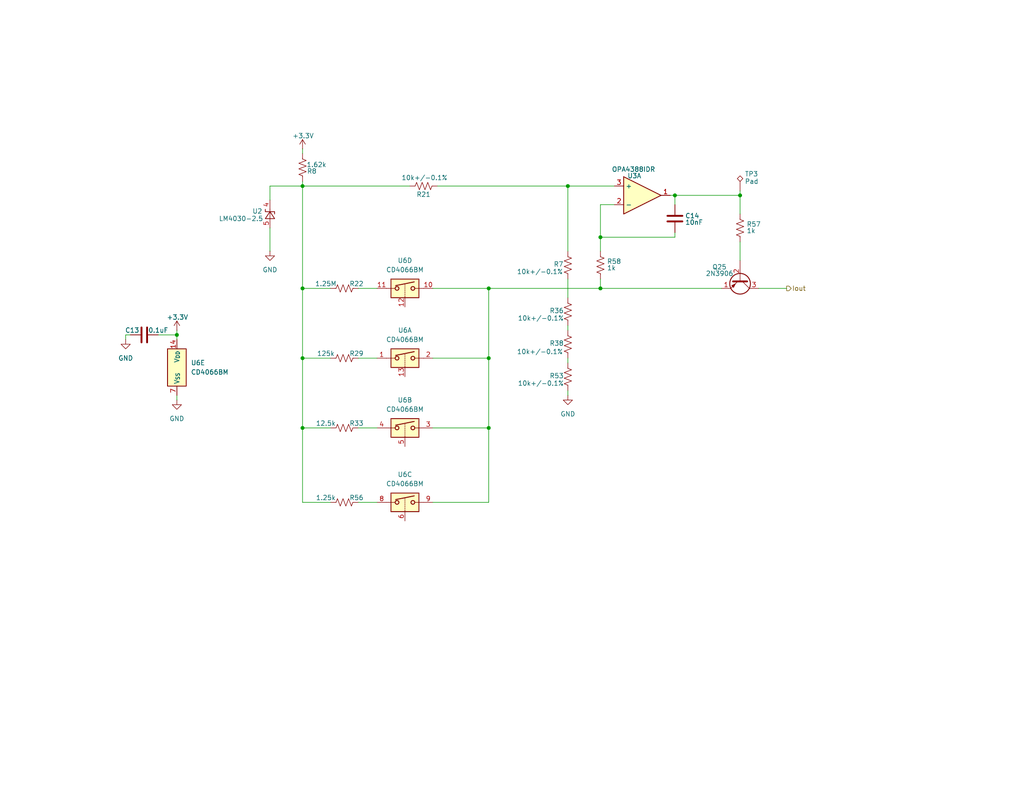
<source format=kicad_sch>
(kicad_sch (version 20231120) (generator "eeschema") (generator_version "8.0")
  (paper "A")
  (title_block (date "2024-03-03") (rev "2"))
  (lib_symbols
    (symbol "Analog_Switch:CD4066BM"
      (property "Reference" "U" (at -5.08 3.81 0))
      (property "Value" "CD4066BM" (at 7.62 3.81 0))
      (symbol "CD4066BM_1_1"
        (rectangle (start -3.81 2.54) (end 3.81 -2.54) (stroke (width 0.254)) (fill (type background)))
        (circle (center -2.159 0) (radius 0.508) (stroke (width 0.254)))
        (polyline (pts (xy -5.08 0) (xy -2.794 0)))
        (polyline (pts (xy -2.54 0.762) (xy 2.54 1.778)) (stroke (width 0.254)))
        (polyline (pts (xy 0 -2.54) (xy 0 -2.032)))
        (polyline (pts (xy 0 -1.778) (xy 0 -1.524)))
        (polyline (pts (xy 0 -1.27) (xy 0 -1.016)))
        (polyline (pts (xy 0 -0.762) (xy 0 -0.508)))
        (polyline (pts (xy 0 -0.254) (xy 0 0)))
        (polyline (pts (xy 0 0.254) (xy 0 0.508)))
        (polyline (pts (xy 0 0.762) (xy 0 1.016)))
        (polyline (pts (xy 5.08 0) (xy 2.794 0)))
        (circle (center 2.159 0) (radius 0.508) (stroke (width 0.254)))
        (pin bidirectional line (at -7.62 0 0) (length 2.54) (name "~") (number "1"))
        (pin input line (at 0 -5.08 90) (length 2.54) (name "~") (number "13"))
        (pin bidirectional line (at 7.62 0 180) (length 2.54) (name "~") (number "2"))
      )
      (symbol "CD4066BM_2_1"
        (rectangle (start -3.81 2.54) (end 3.81 -2.54) (stroke (width 0.254)) (fill (type background)))
        (circle (center -2.159 0) (radius 0.508) (stroke (width 0.254)))
        (polyline (pts (xy -5.08 0) (xy -2.794 0)))
        (polyline (pts (xy -2.54 0.762) (xy 2.54 1.778)) (stroke (width 0.254)))
        (polyline (pts (xy 0 -2.54) (xy 0 -2.032)))
        (polyline (pts (xy 0 -1.778) (xy 0 -1.524)))
        (polyline (pts (xy 0 -1.27) (xy 0 -1.016)))
        (polyline (pts (xy 0 -0.762) (xy 0 -0.508)))
        (polyline (pts (xy 0 -0.254) (xy 0 0)))
        (polyline (pts (xy 0 0.254) (xy 0 0.508)))
        (polyline (pts (xy 0 0.762) (xy 0 1.016)))
        (polyline (pts (xy 5.08 0) (xy 2.794 0)))
        (circle (center 2.159 0) (radius 0.508) (stroke (width 0.254)))
        (pin bidirectional line (at 7.62 0 180) (length 2.54) (name "~") (number "3"))
        (pin bidirectional line (at -7.62 0 0) (length 2.54) (name "~") (number "4"))
        (pin input line (at 0 -5.08 90) (length 2.54) (name "~") (number "5"))
      )
      (symbol "CD4066BM_3_1"
        (rectangle (start -3.81 2.54) (end 3.81 -2.54) (stroke (width 0.254)) (fill (type background)))
        (circle (center -2.159 0) (radius 0.508) (stroke (width 0.254)))
        (polyline (pts (xy -5.08 0) (xy -2.794 0)))
        (polyline (pts (xy -2.54 0.762) (xy 2.54 1.778)) (stroke (width 0.254)))
        (polyline (pts (xy 0 -2.54) (xy 0 -2.032)))
        (polyline (pts (xy 0 -1.778) (xy 0 -1.524)))
        (polyline (pts (xy 0 -1.27) (xy 0 -1.016)))
        (polyline (pts (xy 0 -0.762) (xy 0 -0.508)))
        (polyline (pts (xy 0 -0.254) (xy 0 0)))
        (polyline (pts (xy 0 0.254) (xy 0 0.508)))
        (polyline (pts (xy 0 0.762) (xy 0 1.016)))
        (polyline (pts (xy 5.08 0) (xy 2.794 0)))
        (circle (center 2.159 0) (radius 0.508) (stroke (width 0.254)))
        (pin input line (at 0 -5.08 90) (length 2.54) (name "~") (number "6"))
        (pin bidirectional line (at -7.62 0 0) (length 2.54) (name "~") (number "8"))
        (pin bidirectional line (at 7.62 0 180) (length 2.54) (name "~") (number "9"))
      )
      (symbol "CD4066BM_4_1"
        (rectangle (start -3.81 2.54) (end 3.81 -2.54) (stroke (width 0.254)) (fill (type background)))
        (circle (center -2.159 0) (radius 0.508) (stroke (width 0.254)))
        (polyline (pts (xy -5.08 0) (xy -2.794 0)))
        (polyline (pts (xy -2.54 0.762) (xy 2.54 1.778)) (stroke (width 0.254)))
        (polyline (pts (xy 0 -2.54) (xy 0 -2.032)))
        (polyline (pts (xy 0 -1.778) (xy 0 -1.524)))
        (polyline (pts (xy 0 -1.27) (xy 0 -1.016)))
        (polyline (pts (xy 0 -0.762) (xy 0 -0.508)))
        (polyline (pts (xy 0 -0.254) (xy 0 0)))
        (polyline (pts (xy 0 0.254) (xy 0 0.508)))
        (polyline (pts (xy 0 0.762) (xy 0 1.016)))
        (polyline (pts (xy 5.08 0) (xy 2.794 0)))
        (circle (center 2.159 0) (radius 0.508) (stroke (width 0.254)))
        (pin bidirectional line (at 7.62 0 180) (length 2.54) (name "~") (number "10"))
        (pin bidirectional line (at -7.62 0 0) (length 2.54) (name "~") (number "11"))
        (pin input line (at 0 -5.08 90) (length 2.54) (name "~") (number "12"))
      )
      (symbol "CD4066BM_5_1"
        (rectangle (start -2.54 5.08) (end 2.54 -5.08) (stroke (width 0.254)) (fill (type background)))
        (pin power_in line (at 0 7.62 270) (length 2.54) (name "V_{DD}") (number "14"))
        (pin power_in line (at 0 -7.62 90) (length 2.54) (name "V_{SS}") (number "7"))
      )
    )
    (symbol "Connector:TestPoint_Alt" (pin_numbers hide) (pin_names (offset 0.762) hide)
      (property "Reference" "TP" (at 0 6.858 0))
      (property "Value" "TestPoint_Alt" (at 0 5.08 0))
      (symbol "TestPoint_Alt_0_1"
        (polyline (pts (xy 0 2.54) (xy -0.762 3.302) (xy 0 4.064) (xy 0.762 3.302) (xy 0 2.54)))
      )
      (symbol "TestPoint_Alt_1_1"
        (pin passive line (at 0 0 90) (length 2.54) (name "1") (number "1"))
      )
    )
    (symbol "Device:C" (pin_numbers hide) (pin_names (offset 0.254))
      (property "Reference" "C" (at 0.635 2.54 0))
      (property "Value" "C" (at 0.635 -2.54 0))
      (symbol "C_0_1"
        (polyline (pts (xy -2.032 -0.762) (xy 2.032 -0.762)) (stroke (width 0.508)))
        (polyline (pts (xy -2.032 0.762) (xy 2.032 0.762)) (stroke (width 0.508)))
      )
      (symbol "C_1_1"
        (pin passive line (at 0 3.81 270) (length 2.794) (name "~") (number "1"))
        (pin passive line (at 0 -3.81 90) (length 2.794) (name "~") (number "2"))
      )
    )
    (symbol "Device:Opamp_Quad"
      (property "Reference" "U" (at 0 5.08 0))
      (property "Value" "Opamp_Quad" (at 0 -5.08 0))
      (symbol "Opamp_Quad_1_1"
        (polyline (pts (xy -5.08 5.08) (xy 5.08 0) (xy -5.08 -5.08) (xy -5.08 5.08)) (stroke (width 0.254)) (fill (type background)))
        (pin output line (at 7.62 0 180) (length 2.54) (name "~") (number "1"))
        (pin input line (at -7.62 -2.54 0) (length 2.54) (name "-") (number "2"))
        (pin input line (at -7.62 2.54 0) (length 2.54) (name "+") (number "3"))
      )
      (symbol "Opamp_Quad_2_1"
        (polyline (pts (xy -5.08 5.08) (xy 5.08 0) (xy -5.08 -5.08) (xy -5.08 5.08)) (stroke (width 0.254)) (fill (type background)))
        (pin input line (at -7.62 2.54 0) (length 2.54) (name "+") (number "5"))
        (pin input line (at -7.62 -2.54 0) (length 2.54) (name "-") (number "6"))
        (pin output line (at 7.62 0 180) (length 2.54) (name "~") (number "7"))
      )
      (symbol "Opamp_Quad_3_1"
        (polyline (pts (xy -5.08 5.08) (xy 5.08 0) (xy -5.08 -5.08) (xy -5.08 5.08)) (stroke (width 0.254)) (fill (type background)))
        (pin input line (at -7.62 2.54 0) (length 2.54) (name "+") (number "10"))
        (pin output line (at 7.62 0 180) (length 2.54) (name "~") (number "8"))
        (pin input line (at -7.62 -2.54 0) (length 2.54) (name "-") (number "9"))
      )
      (symbol "Opamp_Quad_4_1"
        (polyline (pts (xy -5.08 5.08) (xy 5.08 0) (xy -5.08 -5.08) (xy -5.08 5.08)) (stroke (width 0.254)) (fill (type background)))
        (pin input line (at -7.62 2.54 0) (length 2.54) (name "+") (number "12"))
        (pin input line (at -7.62 -2.54 0) (length 2.54) (name "-") (number "13"))
        (pin output line (at 7.62 0 180) (length 2.54) (name "~") (number "14"))
      )
      (symbol "Opamp_Quad_5_1"
        (pin power_in line (at -2.54 -7.62 90) (length 3.81) (name "V-") (number "11"))
        (pin power_in line (at -2.54 7.62 270) (length 3.81) (name "V+") (number "4"))
      )
    )
    (symbol "Device:R_US" (pin_numbers hide) (pin_names (offset 0))
      (property "Reference" "R" (at 2.54 0 90))
      (property "Value" "R_US" (at -2.54 0 90))
      (symbol "R_US_0_1"
        (polyline (pts (xy 0 -2.286) (xy 0 -2.54)))
        (polyline (pts (xy 0 2.286) (xy 0 2.54)))
        (polyline (pts (xy 0 -0.762) (xy 1.016 -1.143) (xy 0 -1.524) (xy -1.016 -1.905) (xy 0 -2.286)))
        (polyline (pts (xy 0 0.762) (xy 1.016 0.381) (xy 0 0) (xy -1.016 -0.381) (xy 0 -0.762)))
        (polyline (pts (xy 0 2.286) (xy 1.016 1.905) (xy 0 1.524) (xy -1.016 1.143) (xy 0 0.762)))
      )
      (symbol "R_US_1_1"
        (pin passive line (at 0 3.81 270) (length 1.27) (name "~") (number "1"))
        (pin passive line (at 0 -3.81 90) (length 1.27) (name "~") (number "2"))
      )
    )
    (symbol "Reference_Voltage:LM4030-2.5" (pin_names (offset 0.0254) hide)
      (property "Reference" "U" (at 0 2.54 0))
      (property "Value" "LM4030-2.5" (at 0 -3.175 0))
      (symbol "LM4030-2.5_0_1"
        (polyline (pts (xy -1.27 0) (xy 0 0) (xy 1.27 0)))
        (polyline (pts (xy -1.27 -1.27) (xy 0.635 0) (xy -1.27 1.27) (xy -1.27 -1.27)) (stroke (width 0.2032)))
        (polyline (pts (xy 0 -1.27) (xy 0.635 -1.27) (xy 0.635 1.27) (xy 1.27 1.27)) (stroke (width 0.2032)))
      )
      (symbol "LM4030-2.5_1_1"
        (pin passive line (at 3.81 0 180) (length 2.54) (name "K") (number "4"))
        (pin passive line (at -3.81 0 0) (length 2.54) (name "A") (number "5"))
      )
    )
    (symbol "Transistor_BJT:2N3906" (pin_names (offset 0) hide)
      (property "Reference" "Q" (at 5.08 1.905 0))
      (property "Value" "2N3906" (at 5.08 0 0))
      (symbol "2N3906_0_1"
        (polyline (pts (xy 0.635 0.635) (xy 2.54 2.54)))
        (polyline (pts (xy 0.635 -0.635) (xy 2.54 -2.54) (xy 2.54 -2.54)))
        (polyline (pts (xy 0.635 1.905) (xy 0.635 -1.905) (xy 0.635 -1.905)) (stroke (width 0.508)))
        (polyline (pts (xy 2.286 -1.778) (xy 1.778 -2.286) (xy 1.27 -1.27) (xy 2.286 -1.778) (xy 2.286 -1.778)) (fill (type outline)))
        (circle (center 1.27 0) (radius 2.8194) (stroke (width 0.254)))
      )
      (symbol "2N3906_1_1"
        (pin passive line (at 2.54 -5.08 90) (length 2.54) (name "E") (number "1"))
        (pin input line (at -5.08 0 0) (length 5.715) (name "B") (number "2"))
        (pin passive line (at 2.54 5.08 270) (length 2.54) (name "C") (number "3"))
      )
    )
    (symbol "power:+3.3V" (power) (pin_numbers hide) (pin_names (offset 0) hide)
      (property "Value" "+3.3V" (at 0 3.556 0))
      (symbol "+3.3V_0_1"
        (polyline (pts (xy -0.762 1.27) (xy 0 2.54)))
        (polyline (pts (xy 0 0) (xy 0 2.54)))
        (polyline (pts (xy 0 2.54) (xy 0.762 1.27)))
      )
      (symbol "+3.3V_1_1"
        (pin power_in line (at 0 0 90) (length 0) (name "~") (number "1"))
      )
    )
    (symbol "power:GND" (power) (pin_numbers hide) (pin_names (offset 0) hide)
      (property "Value" "GND" (at 0 -3.81 0))
      (symbol "GND_0_1"
        (polyline (pts (xy 0 0) (xy 0 -1.27) (xy 1.27 -1.27) (xy 0 -2.54) (xy -1.27 -1.27) (xy 0 -1.27)))
      )
      (symbol "GND_1_1"
        (pin power_in line (at 0 0 270) (length 0) (name "~") (number "1"))
      )
    )
  )
  (junction (at 133.35 78.74))
  (junction (at 82.55 116.84))
  (junction (at 82.55 97.79))
  (junction (at 48.26 91.44))
  (junction (at 154.94 50.8))
  (junction (at 201.93 53.34))
  (junction (at 184.15 53.34))
  (junction (at 82.55 78.74))
  (junction (at 133.35 97.79))
  (junction (at 133.35 116.84))
  (junction (at 82.55 50.8))
  (junction (at 163.83 64.77))
  (junction (at 163.83 78.74))
  (wire (pts (xy 163.83 64.77) (xy 184.15 64.77)))
  (wire (pts (xy 133.35 78.74) (xy 118.11 78.74)))
  (wire (pts (xy 154.94 76.2) (xy 154.94 81.28)))
  (wire (pts (xy 184.15 53.34) (xy 184.15 55.88)))
  (wire (pts (xy 184.15 63.5) (xy 184.15 64.77)))
  (wire (pts (xy 97.79 116.84) (xy 102.87 116.84)))
  (wire (pts (xy 182.88 53.34) (xy 184.15 53.34)))
  (wire (pts (xy 90.17 78.74) (xy 82.55 78.74)))
  (wire (pts (xy 154.94 106.68) (xy 154.94 107.95)))
  (wire (pts (xy 82.55 116.84) (xy 90.17 116.84)))
  (wire (pts (xy 48.26 91.44) (xy 48.26 92.71)))
  (wire (pts (xy 133.35 137.16) (xy 133.35 116.84)))
  (wire (pts (xy 82.55 40.64) (xy 82.55 41.91)))
  (wire (pts (xy 184.15 53.34) (xy 201.93 53.34)))
  (wire (pts (xy 97.79 78.74) (xy 102.87 78.74)))
  (wire (pts (xy 82.55 137.16) (xy 90.17 137.16)))
  (wire (pts (xy 82.55 97.79) (xy 82.55 116.84)))
  (wire (pts (xy 133.35 116.84) (xy 133.35 97.79)))
  (wire (pts (xy 82.55 78.74) (xy 82.55 97.79)))
  (wire (pts (xy 48.26 107.95) (xy 48.26 109.22)))
  (wire (pts (xy 118.11 116.84) (xy 133.35 116.84)))
  (wire (pts (xy 48.26 90.17) (xy 48.26 91.44)))
  (wire (pts (xy 163.83 55.88) (xy 163.83 64.77)))
  (wire (pts (xy 201.93 66.04) (xy 201.93 71.12)))
  (wire (pts (xy 82.55 116.84) (xy 82.55 137.16)))
  (wire (pts (xy 119.38 50.8) (xy 154.94 50.8)))
  (wire (pts (xy 73.66 68.58) (xy 73.66 62.23)))
  (wire (pts (xy 167.64 55.88) (xy 163.83 55.88)))
  (wire (pts (xy 90.17 97.79) (xy 82.55 97.79)))
  (wire (pts (xy 43.18 91.44) (xy 48.26 91.44)))
  (wire (pts (xy 73.66 54.61) (xy 73.66 50.8)))
  (wire (pts (xy 201.93 53.34) (xy 201.93 58.42)))
  (wire (pts (xy 102.87 97.79) (xy 97.79 97.79)))
  (wire (pts (xy 118.11 137.16) (xy 133.35 137.16)))
  (wire (pts (xy 201.93 52.07) (xy 201.93 53.34)))
  (wire (pts (xy 163.83 76.2) (xy 163.83 78.74)))
  (wire (pts (xy 82.55 49.53) (xy 82.55 50.8)))
  (wire (pts (xy 154.94 50.8) (xy 167.64 50.8)))
  (wire (pts (xy 163.83 78.74) (xy 196.85 78.74)))
  (wire (pts (xy 133.35 97.79) (xy 133.35 78.74)))
  (wire (pts (xy 118.11 97.79) (xy 133.35 97.79)))
  (wire (pts (xy 154.94 88.9) (xy 154.94 90.17)))
  (wire (pts (xy 154.94 97.79) (xy 154.94 99.06)))
  (wire (pts (xy 133.35 78.74) (xy 163.83 78.74)))
  (wire (pts (xy 97.79 137.16) (xy 102.87 137.16)))
  (wire (pts (xy 34.29 91.44) (xy 35.56 91.44)))
  (wire (pts (xy 207.01 78.74) (xy 214.63 78.74)))
  (wire (pts (xy 82.55 50.8) (xy 111.76 50.8)))
  (wire (pts (xy 82.55 50.8) (xy 82.55 78.74)))
  (wire (pts (xy 163.83 64.77) (xy 163.83 68.58)))
  (wire (pts (xy 154.94 50.8) (xy 154.94 68.58)))
  (wire (pts (xy 34.29 92.71) (xy 34.29 91.44)))
  (wire (pts (xy 73.66 50.8) (xy 82.55 50.8)))
  (hierarchical_label "Iout" (shape output) (at 214.63 78.74 0))
  (symbol (lib_id "Device:C") (at 39.37 91.44 90) (unit 1)
    (property "Reference" "C13" (at 36.068 90.17 90))
    (property "Value" "0.1uF" (at 43.18 90.17 90))
    (property "Description" "Unpolarized capacitor" (effects (hide yes)))
  )
  (symbol (lib_id "Analog_Switch:CD4066BM") (at 110.49 137.16 0) (unit 3)
    (property "Reference" "U6" (at 110.49 129.54 0))
    (property "Value" "CD4066BM" (at 110.49 132.08 0))
    (property "Footprint" "Package_SO:SO-14_3.9x8.65mm_P1.27mm" (effects (hide yes)))
    (property "Datasheet" "https://www.ti.com/lit/ds/symlink/cd4066b.pdf" (effects (hide yes)))
    (property "Description" "Quad 20V analog SPST 1:1 switch, SO-14 (3.9x8.65mm)" (effects (hide yes)))
  )
  (symbol (lib_id "Transistor_BJT:2N3906") (at 201.93 76.2 270) (unit 1)
    (property "Reference" "Q25" (at 194.31 72.898 90) (effects (justify left)))
    (property "Value" "2N3906" (at 192.532 74.676 90) (effects (justify left)))
    (property "Footprint" "Package_TO_SOT_THT:TO-92_Inline" (effects (hide yes)))
    (property "Datasheet" "https://www.onsemi.com/pub/Collateral/2N3906-D.PDF" (effects (hide yes)))
    (property "Description" "-0.2A Ic, -40V Vce, Small Signal PNP Transistor, TO-92" (effects (hide yes)))
  )
  (symbol (lib_id "Device:R_US") (at 154.94 93.98 0) (unit 1)
    (property "Reference" "R38" (at 151.892 93.726 0))
    (property "Value" "10k+/-0.1%" (at 147.32 96.012 0))
    (property "Description" "Resistor, US symbol" (effects (hide yes)))
  )
  (symbol (lib_id "power:GND") (at 154.94 107.95 0) (unit 1)
    (property "Reference" "#PWR06" (effects (hide yes)))
    (property "Value" "GND" (at 154.94 113.03 0))
    (property "Description" "Power symbol creates a global label with name \"GND\" , ground" (effects (hide yes)))
  )
  (symbol (lib_id "power:GND") (at 73.66 68.58 0) (unit 1)
    (property "Reference" "#PWR029" (effects (hide yes)))
    (property "Value" "GND" (at 73.66 73.66 0))
    (property "Description" "Power symbol creates a global label with name \"GND\" , ground" (effects (hide yes)))
  )
  (symbol (lib_id "Connector:TestPoint_Alt") (at 201.93 52.07 0) (unit 1)
    (property "Reference" "TP3" (at 203.2 47.498 0) (effects (justify left)))
    (property "Value" "Pad" (at 203.2 49.53 0) (effects (justify left)))
    (property "Footprint" "TestPoint:TestPoint_THTPad_1.5x1.5mm_Drill0.7mm" (effects (hide yes)))
    (property "Description" "test point (alternative shape)" (effects (hide yes)))
  )
  (symbol (lib_id "Device:R_US") (at 163.83 72.39 0) (unit 1)
    (property "Reference" "R58" (at 165.608 71.374 0) (effects (justify left)))
    (property "Value" "1k" (at 165.608 73.152 0) (effects (justify left)))
    (property "Description" "Resistor, US symbol" (effects (hide yes)))
  )
  (symbol (lib_id "Device:R_US") (at 115.57 50.8 90) (unit 1)
    (property "Reference" "R21" (at 115.57 53.086 90))
    (property "Value" "10k+/-0.1%" (at 115.824 48.514 90))
    (property "Description" "Resistor, US symbol" (effects (hide yes)))
  )
  (symbol (lib_id "Device:R_US") (at 93.98 137.16 90) (unit 1)
    (property "Reference" "R56" (at 97.282 135.89 90))
    (property "Value" "1.25k" (at 88.9 135.89 90))
    (property "Description" "Resistor, US symbol" (effects (hide yes)))
  )
  (symbol (lib_id "Analog_Switch:CD4066BM") (at 110.49 78.74 0) (unit 4)
    (property "Reference" "U6" (at 110.49 71.12 0))
    (property "Value" "CD4066BM" (at 110.49 73.66 0))
    (property "Footprint" "Package_SO:SO-14_3.9x8.65mm_P1.27mm" (effects (hide yes)))
    (property "Datasheet" "https://www.ti.com/lit/ds/symlink/cd4066b.pdf" (effects (hide yes)))
    (property "Description" "Quad 20V analog SPST 1:1 switch, SO-14 (3.9x8.65mm)" (effects (hide yes)))
  )
  (symbol (lib_id "Analog_Switch:CD4066BM") (at 110.49 97.79 0) (unit 1)
    (property "Reference" "U6" (at 110.49 90.17 0))
    (property "Value" "CD4066BM" (at 110.49 92.71 0))
    (property "Footprint" "Package_SO:SO-14_3.9x8.65mm_P1.27mm" (effects (hide yes)))
    (property "Datasheet" "https://www.ti.com/lit/ds/symlink/cd4066b.pdf" (effects (hide yes)))
    (property "Description" "Quad 20V analog SPST 1:1 switch, SO-14 (3.9x8.65mm)" (effects (hide yes)))
  )
  (symbol (lib_id "Analog_Switch:CD4066BM") (at 110.49 116.84 0) (unit 2)
    (property "Reference" "U6" (at 110.49 109.22 0))
    (property "Value" "CD4066BM" (at 110.49 111.76 0))
    (property "Footprint" "Package_SO:SO-14_3.9x8.65mm_P1.27mm" (effects (hide yes)))
    (property "Datasheet" "https://www.ti.com/lit/ds/symlink/cd4066b.pdf" (effects (hide yes)))
    (property "Description" "Quad 20V analog SPST 1:1 switch, SO-14 (3.9x8.65mm)" (effects (hide yes)))
  )
  (symbol (lib_id "power:GND") (at 48.26 109.22 0) (unit 1)
    (property "Reference" "#PWR022" (effects (hide yes)))
    (property "Value" "GND" (at 48.26 114.3 0))
    (property "Description" "Power symbol creates a global label with name \"GND\" , ground" (effects (hide yes)))
  )
  (symbol (lib_id "Device:R_US") (at 82.55 45.72 0) (unit 1)
    (property "Reference" "R8" (at 85.09 46.736 0))
    (property "Value" "1.62k" (at 86.36 44.958 0))
    (property "Footprint" "Resistor_SMD:R_0805_2012Metric_Pad1.20x1.40mm_HandSolder" (effects (hide yes)))
    (property "Description" "Resistor, US symbol" (effects (hide yes)))
    (property "Digikey Part #" "RMCF0805FT1K62CT-ND" (effects (hide yes)))
    (property "Part #" "RMCF0805FT1K62" (effects (hide yes)))
    (property "Unit Price" "0.1" (effects (hide yes)))
  )
  (symbol (lib_id "Device:R_US") (at 93.98 78.74 90) (unit 1)
    (property "Reference" "R22" (at 97.282 77.47 90))
    (property "Value" "1.25M" (at 88.9 77.47 90))
    (property "Description" "Resistor, US symbol" (effects (hide yes)))
  )
  (symbol (lib_id "Reference_Voltage:LM4030-2.5") (at 73.66 58.42 90) (unit 1)
    (property "Reference" "U2" (at 68.834 57.658 90) (effects (justify right)))
    (property "Value" "LM4030-2.5" (at 59.69 59.69 90) (effects (justify right)))
    (property "Footprint" "Package_TO_SOT_SMD:SOT-23-5" (effects (hide yes)))
    (property "Datasheet" "http://www.ti.com/lit/ds/symlink/lm4030.pdf" (effects (hide yes)))
    (property "Description" "2.500V Ultra-High Precision Shunt Voltage Reference, SOT-23-5" (effects (hide yes)))
    (property "Digikey Part #" "LM4030CMF-2.5/NOPBCT-ND" (effects (hide yes)))
    (property "Part #" "LM4030CMF-2.5/NOPB" (effects (hide yes)))
    (property "Unit Price" "1.61" (effects (hide yes)))
  )
  (symbol (lib_id "Device:R_US") (at 93.98 97.79 90) (unit 1)
    (property "Reference" "R29" (at 97.282 96.52 90))
    (property "Value" "125k" (at 88.9 96.52 90))
    (property "Description" "Resistor, US symbol" (effects (hide yes)))
  )
  (symbol (lib_id "power:GND") (at 34.29 92.71 0) (unit 1)
    (property "Reference" "#PWR050" (effects (hide yes)))
    (property "Value" "GND" (at 34.29 97.79 0))
    (property "Description" "Power symbol creates a global label with name \"GND\" , ground" (effects (hide yes)))
  )
  (symbol (lib_id "power:+3.3V") (at 82.55 40.64 0) (unit 1)
    (property "Reference" "#PWR020" (effects (hide yes)))
    (property "Value" "+3.3V" (at 79.756 37.084 0) (effects (justify left)))
    (property "Description" "Power symbol creates a global label with name \"+3.3V\"" (effects (hide yes)))
  )
  (symbol (lib_id "Analog_Switch:CD4066BM") (at 48.26 100.33 0) (unit 5)
    (property "Reference" "U6" (at 52.07 99.0599 0) (effects (justify left)))
    (property "Value" "CD4066BM" (at 52.07 101.5999 0) (effects (justify left)))
    (property "Footprint" "Package_SO:SO-14_3.9x8.65mm_P1.27mm" (effects (hide yes)))
    (property "Datasheet" "https://www.ti.com/lit/ds/symlink/cd4066b.pdf" (effects (hide yes)))
    (property "Description" "Quad 20V analog SPST 1:1 switch, SO-14 (3.9x8.65mm)" (effects (hide yes)))
  )
  (symbol (lib_id "Device:R_US") (at 154.94 102.87 0) (unit 1)
    (property "Reference" "R53" (at 151.892 102.616 0))
    (property "Value" "10k+/-0.1%" (at 147.574 104.648 0))
    (property "Description" "Resistor, US symbol" (effects (hide yes)))
  )
  (symbol (lib_id "Device:C") (at 184.15 59.69 0) (unit 1)
    (property "Reference" "C14" (at 186.944 58.928 0) (effects (justify left)))
    (property "Value" "10nF" (at 186.944 60.706 0) (effects (justify left)))
    (property "Description" "Unpolarized capacitor" (effects (hide yes)))
  )
  (symbol (lib_id "Device:R_US") (at 154.94 85.09 0) (unit 1)
    (property "Reference" "R36" (at 151.892 84.836 0))
    (property "Value" "10k+/-0.1%" (at 147.574 86.868 0))
    (property "Description" "Resistor, US symbol" (effects (hide yes)))
  )
  (symbol (lib_id "Device:R_US") (at 93.98 116.84 90) (unit 1)
    (property "Reference" "R33" (at 97.282 115.57 90))
    (property "Value" "12.5k" (at 88.9 115.57 90))
    (property "Description" "Resistor, US symbol" (effects (hide yes)))
  )
  (symbol (lib_id "Device:R_US") (at 154.94 72.39 0) (unit 1)
    (property "Reference" "R7" (at 152.4 72.136 0))
    (property "Value" "10k+/-0.1%" (at 147.32 74.168 0))
    (property "Description" "Resistor, US symbol" (effects (hide yes)))
  )
  (symbol (lib_id "power:+3.3V") (at 48.26 90.17 0) (unit 1)
    (property "Reference" "#PWR025" (effects (hide yes)))
    (property "Value" "+3.3V" (at 45.466 86.614 0) (effects (justify left)))
    (property "Description" "Power symbol creates a global label with name \"+3.3V\"" (effects (hide yes)))
  )
  (symbol (lib_id "Device:Opamp_Quad") (at 175.26 53.34 0) (unit 1)
    (property "Reference" "U3" (at 175.006 48.006 0) (effects (justify right)))
    (property "Value" "OPA4388IDR" (at 178.816 46.228 0) (effects (justify right)))
    (property "Footprint" "Package_SO:SOIC-14_3.9x8.7mm_P1.27mm" (effects (hide yes)))
    (property "Description" "Quad operational amplifier" (effects (hide yes)))
    (property "Digikey Part #" "296-53511-1-ND" (effects (hide yes)))
    (property "Part #" "OPA4388IDR" (effects (hide yes)))
    (property "Unit Price" "4.92" (effects (hide yes)))
    (property "Sim.Library" "${KICAD7_SYMBOL_DIR}/Simulation_SPICE.sp" (effects (hide yes)))
    (property "Sim.Name" "kicad_builtin_opamp_quad" (effects (hide yes)))
    (property "Sim.Device" "SUBCKT" (effects (hide yes)))
    (property "Sim.Pins" "1=out1 2=in1- 3=in1+ 4=vcc 5=in2+ 6=in2- 7=out2 8=out3 9=in3- 10=in3+ 11=vee 12=in4+ 13=in4- 14=out4" (effects (hide yes)))
  )
  (symbol (lib_id "Device:R_US") (at 201.93 62.23 0) (unit 1)
    (property "Reference" "R57" (at 203.708 61.214 0) (effects (justify left)))
    (property "Value" "1k" (at 203.708 62.992 0) (effects (justify left)))
    (property "Description" "Resistor, US symbol" (effects (hide yes)))
  )
)
</source>
